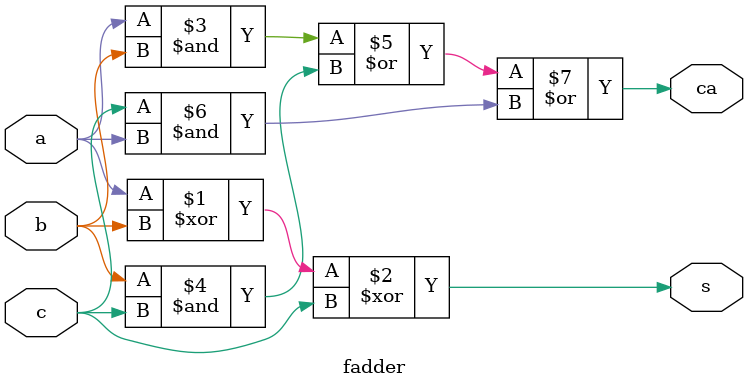
<source format=v>
module fadder(s,ca,a,b,c);
input a,b,c;
output s,ca;
assign s=a^b^c;
assign ca=(a&b)|(b&c)|(c&a);
endmodule 

</source>
